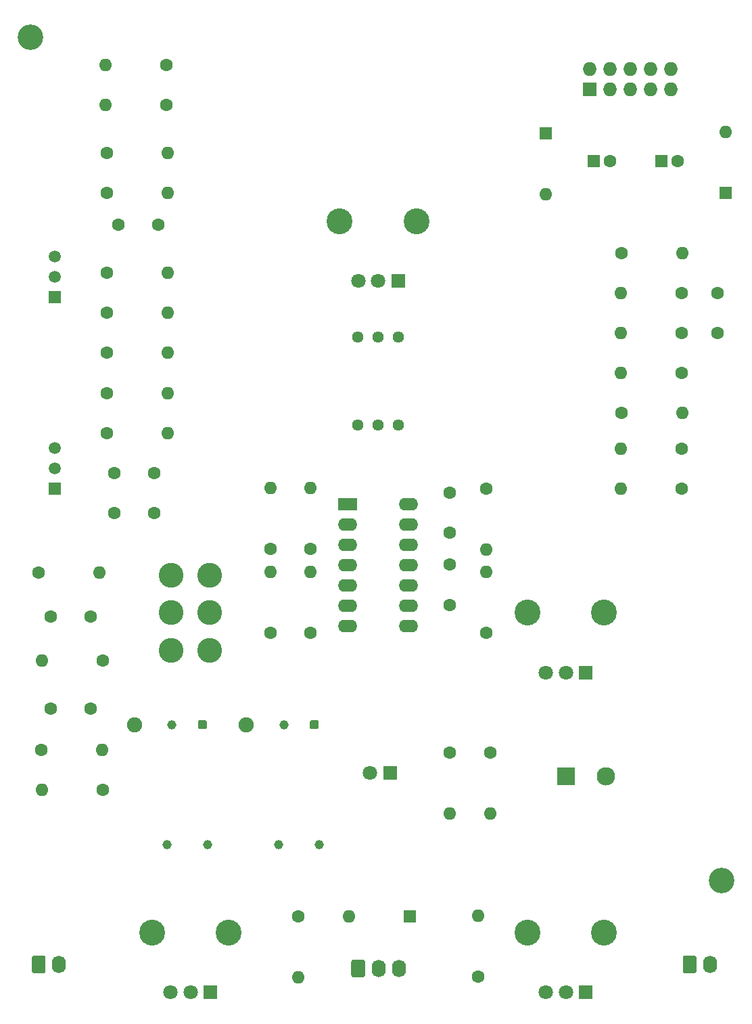
<source format=gbr>
%TF.GenerationSoftware,KiCad,Pcbnew,(5.1.8-0-10_14)*%
%TF.CreationDate,2021-09-13T18:23:07-04:00*%
%TF.ProjectId,wahwah,77616877-6168-42e6-9b69-6361645f7063,rev?*%
%TF.SameCoordinates,Original*%
%TF.FileFunction,Soldermask,Top*%
%TF.FilePolarity,Negative*%
%FSLAX46Y46*%
G04 Gerber Fmt 4.6, Leading zero omitted, Abs format (unit mm)*
G04 Created by KiCad (PCBNEW (5.1.8-0-10_14)) date 2021-09-13 18:23:07*
%MOMM*%
%LPD*%
G01*
G04 APERTURE LIST*
%ADD10R,1.600000X1.600000*%
%ADD11C,1.600000*%
%ADD12R,1.800000X1.800000*%
%ADD13C,1.800000*%
%ADD14C,3.240000*%
%ADD15O,1.600000X1.600000*%
%ADD16C,3.200000*%
%ADD17O,1.740000X2.200000*%
%ADD18R,1.727200X1.727200*%
%ADD19O,1.727200X1.727200*%
%ADD20R,2.300000X2.300000*%
%ADD21C,2.300000*%
%ADD22C,3.100000*%
%ADD23R,2.400000X1.600000*%
%ADD24O,2.400000X1.600000*%
%ADD25C,1.150000*%
%ADD26C,1.500000*%
%ADD27R,1.500000X1.500000*%
%ADD28C,1.440000*%
%ADD29C,1.905000*%
G04 APERTURE END LIST*
D10*
%TO.C,C3*%
X-514500000Y8500000D03*
D11*
X-512500000Y8500000D03*
%TD*%
%TO.C,C4*%
X-521000000Y8500000D03*
D10*
X-523000000Y8500000D03*
%TD*%
D12*
%TO.C,Cutoff*%
X-547500000Y-6500000D03*
D13*
X-550000000Y-6500000D03*
X-552500000Y-6500000D03*
D14*
X-554800000Y1000000D03*
X-545200000Y1000000D03*
%TD*%
D10*
%TO.C,D1*%
X-529000000Y12000000D03*
D15*
X-529000000Y4380000D03*
%TD*%
%TO.C,D2*%
X-506500000Y12120000D03*
D10*
X-506500000Y4500000D03*
%TD*%
%TO.C,D3*%
X-546000000Y-86000000D03*
D15*
X-553620000Y-86000000D03*
%TD*%
D16*
%TO.C,H1*%
X-507000000Y-81500000D03*
%TD*%
%TO.C,H2*%
X-593500000Y24000000D03*
%TD*%
%TO.C,J1*%
G36*
G01*
X-511870000Y-92850001D02*
X-511870000Y-91149999D01*
G75*
G02*
X-511620001Y-90900000I249999J0D01*
G01*
X-510379999Y-90900000D01*
G75*
G02*
X-510130000Y-91149999I0J-249999D01*
G01*
X-510130000Y-92850001D01*
G75*
G02*
X-510379999Y-93100000I-249999J0D01*
G01*
X-511620001Y-93100000D01*
G75*
G02*
X-511870000Y-92850001I0J249999D01*
G01*
G37*
D17*
X-508460000Y-92000000D03*
%TD*%
D18*
%TO.C,J2*%
X-523500000Y17500000D03*
D19*
X-523500000Y20040000D03*
X-520960000Y17500000D03*
X-520960000Y20040000D03*
X-518420000Y17500000D03*
X-518420000Y20040000D03*
X-515880000Y17500000D03*
X-515880000Y20040000D03*
X-513340000Y17500000D03*
X-513340000Y20040000D03*
%TD*%
D17*
%TO.C,J3*%
X-589960000Y-92000000D03*
G36*
G01*
X-593370000Y-92850001D02*
X-593370000Y-91149999D01*
G75*
G02*
X-593120001Y-90900000I249999J0D01*
G01*
X-591879999Y-90900000D01*
G75*
G02*
X-591630000Y-91149999I0J-249999D01*
G01*
X-591630000Y-92850001D01*
G75*
G02*
X-591879999Y-93100000I-249999J0D01*
G01*
X-593120001Y-93100000D01*
G75*
G02*
X-593370000Y-92850001I0J249999D01*
G01*
G37*
%TD*%
%TO.C,J4*%
G36*
G01*
X-553370000Y-93350001D02*
X-553370000Y-91649999D01*
G75*
G02*
X-553120001Y-91400000I249999J0D01*
G01*
X-551879999Y-91400000D01*
G75*
G02*
X-551630000Y-91649999I0J-249999D01*
G01*
X-551630000Y-93350001D01*
G75*
G02*
X-551879999Y-93600000I-249999J0D01*
G01*
X-553120001Y-93600000D01*
G75*
G02*
X-553370000Y-93350001I0J249999D01*
G01*
G37*
X-549960000Y-92500000D03*
X-547420000Y-92500000D03*
%TD*%
D20*
%TO.C,Inductor*%
X-526500000Y-68500000D03*
D21*
X-521500000Y-68500000D03*
%TD*%
D14*
%TO.C,LFO Rate*%
X-568700000Y-88000000D03*
X-578300000Y-88000000D03*
D13*
X-576000000Y-95500000D03*
X-573500000Y-95500000D03*
D12*
X-571000000Y-95500000D03*
%TD*%
D11*
%TO.C,R1*%
X-576500000Y20500000D03*
D15*
X-584120000Y20500000D03*
%TD*%
%TO.C,R2*%
X-558500000Y-32380000D03*
D11*
X-558500000Y-40000000D03*
%TD*%
D15*
%TO.C,R3*%
X-519620000Y-32500000D03*
D11*
X-512000000Y-32500000D03*
%TD*%
%TO.C,R4*%
X-512000000Y-13000000D03*
D15*
X-519620000Y-13000000D03*
%TD*%
%TO.C,R5*%
X-519620000Y-27500000D03*
D11*
X-512000000Y-27500000D03*
%TD*%
%TO.C,R6*%
X-512000000Y-18000000D03*
D15*
X-519620000Y-18000000D03*
%TD*%
%TO.C,R21*%
X-536500000Y-42880000D03*
D11*
X-536500000Y-50500000D03*
%TD*%
D15*
%TO.C,R8*%
X-537500000Y-85880000D03*
D11*
X-537500000Y-93500000D03*
%TD*%
%TO.C,R9*%
X-536500000Y-32500000D03*
D15*
X-536500000Y-40120000D03*
%TD*%
D11*
%TO.C,R10*%
X-536000000Y-65500000D03*
D15*
X-536000000Y-73120000D03*
%TD*%
D11*
%TO.C,R11*%
X-519500000Y-23000000D03*
D15*
X-511880000Y-23000000D03*
%TD*%
%TO.C,R12*%
X-558500000Y-42880000D03*
D11*
X-558500000Y-50500000D03*
%TD*%
D15*
%TO.C,R13*%
X-563500000Y-42880000D03*
D11*
X-563500000Y-50500000D03*
%TD*%
%TO.C,R14*%
X-563500000Y-40000000D03*
D15*
X-563500000Y-32380000D03*
%TD*%
%TO.C,R15*%
X-560000000Y-93620000D03*
D11*
X-560000000Y-86000000D03*
%TD*%
%TO.C,R16*%
X-592500000Y-43000000D03*
D15*
X-584880000Y-43000000D03*
%TD*%
%TO.C,R17*%
X-576380000Y-5500000D03*
D11*
X-584000000Y-5500000D03*
%TD*%
%TO.C,R18*%
X-584000000Y9500000D03*
D15*
X-576380000Y9500000D03*
%TD*%
%TO.C,R19*%
X-576380000Y-10500000D03*
D11*
X-584000000Y-10500000D03*
%TD*%
%TO.C,R20*%
X-592154558Y-65141181D03*
D15*
X-584534558Y-65141181D03*
%TD*%
D11*
%TO.C,R21*%
X-584500000Y-54000000D03*
D15*
X-592120000Y-54000000D03*
%TD*%
%TO.C,R22*%
X-576380000Y4500000D03*
D11*
X-584000000Y4500000D03*
%TD*%
%TO.C,R23*%
X-584500000Y-70152698D03*
D15*
X-592120000Y-70152698D03*
%TD*%
%TO.C,R24*%
X-576380000Y-25500000D03*
D11*
X-584000000Y-25500000D03*
%TD*%
D15*
%TO.C,R25*%
X-511880000Y-3000000D03*
D11*
X-519500000Y-3000000D03*
%TD*%
%TO.C,R26*%
X-512000000Y-8000000D03*
D15*
X-519620000Y-8000000D03*
%TD*%
D11*
%TO.C,R27*%
X-584000000Y-20500000D03*
D15*
X-576380000Y-20500000D03*
%TD*%
D11*
%TO.C,R28*%
X-576500000Y15500000D03*
D15*
X-584120000Y15500000D03*
%TD*%
%TO.C,R29*%
X-576380000Y-15500000D03*
D11*
X-584000000Y-15500000D03*
%TD*%
D22*
%TO.C,SW1*%
X-575915000Y-48000000D03*
X-575915000Y-43300000D03*
X-575915000Y-52700000D03*
X-571085000Y-43300000D03*
X-571085000Y-48000000D03*
X-571085000Y-52700000D03*
%TD*%
D23*
%TO.C,U1*%
X-553804376Y-34452423D03*
D24*
X-546184376Y-49692423D03*
X-553804376Y-36992423D03*
X-546184376Y-47152423D03*
X-553804376Y-39532423D03*
X-546184376Y-44612423D03*
X-553804376Y-42072423D03*
X-546184376Y-42072423D03*
X-553804376Y-44612423D03*
X-546184376Y-39532423D03*
X-553804376Y-47152423D03*
X-546184376Y-36992423D03*
X-553804376Y-49692423D03*
X-546184376Y-34452423D03*
%TD*%
D25*
%TO.C,VTL5C or DIY*%
X-575800000Y-62000000D03*
X-576440000Y-77000000D03*
X-571360000Y-77000000D03*
G36*
G01*
X-572287500Y-61425000D02*
X-571712500Y-61425000D01*
G75*
G02*
X-571425000Y-61712500I0J-287500D01*
G01*
X-571425000Y-62287500D01*
G75*
G02*
X-571712500Y-62575000I-287500J0D01*
G01*
X-572287500Y-62575000D01*
G75*
G02*
X-572575000Y-62287500I0J287500D01*
G01*
X-572575000Y-61712500D01*
G75*
G02*
X-572287500Y-61425000I287500J0D01*
G01*
G37*
%TD*%
%TO.C,VTL5C or DIY*%
G36*
G01*
X-558287500Y-61425000D02*
X-557712500Y-61425000D01*
G75*
G02*
X-557425000Y-61712500I0J-287500D01*
G01*
X-557425000Y-62287500D01*
G75*
G02*
X-557712500Y-62575000I-287500J0D01*
G01*
X-558287500Y-62575000D01*
G75*
G02*
X-558575000Y-62287500I0J287500D01*
G01*
X-558575000Y-61712500D01*
G75*
G02*
X-558287500Y-61425000I287500J0D01*
G01*
G37*
X-557360000Y-77000000D03*
X-562440000Y-77000000D03*
X-561800000Y-62000000D03*
%TD*%
D26*
%TO.C,Q1*%
X-590500000Y-5960000D03*
X-590500000Y-3420000D03*
D27*
X-590500000Y-8500000D03*
%TD*%
%TO.C,Q2*%
X-590500000Y-32500000D03*
D26*
X-590500000Y-27420000D03*
X-590500000Y-29960000D03*
%TD*%
D28*
%TO.C,TrimPos*%
X-552540000Y-13500000D03*
X-550000000Y-13500000D03*
X-547460000Y-13500000D03*
%TD*%
%TO.C,TrimNeg*%
X-552540000Y-24500000D03*
X-550000000Y-24500000D03*
X-547460000Y-24500000D03*
%TD*%
D11*
%TO.C,R24*%
X-541000000Y-65500000D03*
D15*
X-541000000Y-73120000D03*
%TD*%
D12*
%TO.C,D4*%
X-548500000Y-68000000D03*
D13*
X-551040000Y-68000000D03*
%TD*%
D29*
%TO.C,TP1*%
X-566500000Y-62000000D03*
%TD*%
D12*
%TO.C,Q*%
X-524000000Y-55500000D03*
D13*
X-526500000Y-55500000D03*
X-529000000Y-55500000D03*
D14*
X-531300000Y-48000000D03*
X-521700000Y-48000000D03*
%TD*%
D11*
%TO.C,C2*%
X-583000000Y-35500000D03*
X-578000000Y-35500000D03*
%TD*%
%TO.C,C5*%
X-591000000Y-60000000D03*
X-586000000Y-60000000D03*
%TD*%
%TO.C,C6*%
X-582500000Y500000D03*
X-577500000Y500000D03*
%TD*%
%TO.C,C7*%
X-591000000Y-48500000D03*
X-586000000Y-48500000D03*
%TD*%
%TO.C,C8*%
X-507500000Y-13000000D03*
X-507500000Y-8000000D03*
%TD*%
%TO.C,C9*%
X-541000000Y-47000000D03*
X-541000000Y-42000000D03*
%TD*%
%TO.C,C10*%
X-578000000Y-30500000D03*
X-583000000Y-30500000D03*
%TD*%
D12*
%TO.C,Attenuate*%
X-524000000Y-95500000D03*
D13*
X-526500000Y-95500000D03*
X-529000000Y-95500000D03*
D14*
X-531300000Y-88000000D03*
X-521700000Y-88000000D03*
%TD*%
D29*
%TO.C,TP2*%
X-580500000Y-62000000D03*
%TD*%
D11*
%TO.C,C1*%
X-541000000Y-33000000D03*
X-541000000Y-38000000D03*
%TD*%
M02*

</source>
